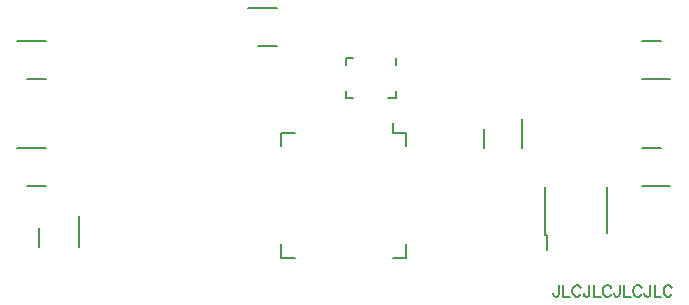
<source format=gto>
%FSLAX46Y46*%
%MOMM*%
%ADD10C,0.150000*%
G01*
G01*
%LPD*%
D10*
X18225714Y-238095D02*
X18225714Y523809D01*
D10*
X18178096Y-380952D02*
X18225714Y-238095D01*
D10*
X18130476Y-428571D02*
X18178096Y-380952D01*
D10*
X18035238Y-476190D02*
X18130476Y-428571D01*
D10*
X17940000Y-476190D02*
X18035238Y-476190D01*
D10*
X17844762Y-428571D02*
X17940000Y-476190D01*
D10*
X17797144Y-380952D02*
X17844762Y-428571D01*
D10*
X17749524Y-238095D02*
X17797144Y-380952D01*
D10*
X17749524Y-142857D02*
X17749524Y-238095D01*
D10*
X18606668Y-476190D02*
X18606668Y523809D01*
D10*
X19178096Y-476190D02*
X18606668Y-476190D01*
D10*
X20035238Y380952D02*
X20082858Y285714D01*
D10*
X19940000Y476190D02*
X20035238Y380952D01*
D10*
X19844762Y523809D02*
X19940000Y476190D01*
D10*
X19654286Y523809D02*
X19844762Y523809D01*
D10*
X19559048Y476190D02*
X19654286Y523809D01*
D10*
X19463810Y380952D02*
X19559048Y476190D01*
D10*
X19416192Y285714D02*
X19463810Y380952D01*
D10*
X19368572Y142857D02*
X19416192Y285714D01*
D10*
X19368572Y-95238D02*
X19368572Y142857D01*
D10*
X19416192Y-238095D02*
X19368572Y-95238D01*
D10*
X19463810Y-333333D02*
X19416192Y-238095D01*
D10*
X19559048Y-428571D02*
X19463810Y-333333D01*
D10*
X19654286Y-476190D02*
X19559048Y-428571D01*
D10*
X19844762Y-476190D02*
X19654286Y-476190D01*
D10*
X19940000Y-428571D02*
X19844762Y-476190D01*
D10*
X20035238Y-333333D02*
X19940000Y-428571D01*
D10*
X20082858Y-238095D02*
X20035238Y-333333D01*
D10*
X20797144Y-238095D02*
X20797144Y523809D01*
D10*
X20749524Y-380952D02*
X20797144Y-238095D01*
D10*
X20701904Y-428571D02*
X20749524Y-380952D01*
D10*
X20606668Y-476190D02*
X20701904Y-428571D01*
D10*
X20511428Y-476190D02*
X20606668Y-476190D01*
D10*
X20416190Y-428571D02*
X20511428Y-476190D01*
D10*
X20368572Y-380952D02*
X20416190Y-428571D01*
D10*
X20320952Y-238095D02*
X20368572Y-380952D01*
D10*
X20320952Y-142857D02*
X20320952Y-238095D01*
D10*
X21178096Y-476190D02*
X21178096Y523809D01*
D10*
X21749524Y-476190D02*
X21178096Y-476190D01*
D10*
X22606668Y380952D02*
X22654286Y285714D01*
D10*
X22511428Y476190D02*
X22606668Y380952D01*
D10*
X22416190Y523809D02*
X22511428Y476190D01*
D10*
X22225714Y523809D02*
X22416190Y523809D01*
D10*
X22130476Y476190D02*
X22225714Y523809D01*
D10*
X22035238Y380952D02*
X22130476Y476190D01*
D10*
X21987620Y285714D02*
X22035238Y380952D01*
D10*
X21940000Y142857D02*
X21987620Y285714D01*
D10*
X21940000Y-95238D02*
X21940000Y142857D01*
D10*
X21987620Y-238095D02*
X21940000Y-95238D01*
D10*
X22035238Y-333333D02*
X21987620Y-238095D01*
D10*
X22130476Y-428571D02*
X22035238Y-333333D01*
D10*
X22225714Y-476190D02*
X22130476Y-428571D01*
D10*
X22416190Y-476190D02*
X22225714Y-476190D01*
D10*
X22511428Y-428571D02*
X22416190Y-476190D01*
D10*
X22606668Y-333333D02*
X22511428Y-428571D01*
D10*
X22654286Y-238095D02*
X22606668Y-333333D01*
D10*
X23368572Y-238095D02*
X23368572Y523809D01*
D10*
X23320952Y-380952D02*
X23368572Y-238095D01*
D10*
X23273334Y-428571D02*
X23320952Y-380952D01*
D10*
X23178096Y-476190D02*
X23273334Y-428571D01*
D10*
X23082856Y-476190D02*
X23178096Y-476190D01*
D10*
X22987620Y-428571D02*
X23082856Y-476190D01*
D10*
X22940000Y-380952D02*
X22987620Y-428571D01*
D10*
X22892380Y-238095D02*
X22940000Y-380952D01*
D10*
X22892380Y-142857D02*
X22892380Y-238095D01*
D10*
X23749524Y-476190D02*
X23749524Y523809D01*
D10*
X24320952Y-476190D02*
X23749524Y-476190D01*
D10*
X25178096Y380952D02*
X25225714Y285714D01*
D10*
X25082858Y476190D02*
X25178096Y380952D01*
D10*
X24987620Y523809D02*
X25082858Y476190D01*
D10*
X24797144Y523809D02*
X24987620Y523809D01*
D10*
X24701904Y476190D02*
X24797144Y523809D01*
D10*
X24606666Y380952D02*
X24701904Y476190D01*
D10*
X24559048Y285714D02*
X24606666Y380952D01*
D10*
X24511428Y142857D02*
X24559048Y285714D01*
D10*
X24511428Y-95238D02*
X24511428Y142857D01*
D10*
X24559048Y-238095D02*
X24511428Y-95238D01*
D10*
X24606666Y-333333D02*
X24559048Y-238095D01*
D10*
X24701904Y-428571D02*
X24606666Y-333333D01*
D10*
X24797144Y-476190D02*
X24701904Y-428571D01*
D10*
X24987620Y-476190D02*
X24797144Y-476190D01*
D10*
X25082858Y-428571D02*
X24987620Y-476190D01*
D10*
X25178096Y-333333D02*
X25082858Y-428571D01*
D10*
X25225714Y-238095D02*
X25178096Y-333333D01*
D10*
X25940000Y-238095D02*
X25940000Y523809D01*
D10*
X25892380Y-380952D02*
X25940000Y-238095D01*
D10*
X25844762Y-428571D02*
X25892380Y-380952D01*
D10*
X25749524Y-476190D02*
X25844762Y-428571D01*
D10*
X25654286Y-476190D02*
X25749524Y-476190D01*
D10*
X25559048Y-428571D02*
X25654286Y-476190D01*
D10*
X25511428Y-380952D02*
X25559048Y-428571D01*
D10*
X25463810Y-238095D02*
X25511428Y-380952D01*
D10*
X25463810Y-142857D02*
X25463810Y-238095D01*
D10*
X26320952Y-476190D02*
X26320952Y523809D01*
D10*
X26892380Y-476190D02*
X26320952Y-476190D01*
D10*
X27749524Y380952D02*
X27797142Y285714D01*
D10*
X27654286Y476190D02*
X27749524Y380952D01*
D10*
X27559048Y523809D02*
X27654286Y476190D01*
D10*
X27368572Y523809D02*
X27559048Y523809D01*
D10*
X27273334Y476190D02*
X27368572Y523809D01*
D10*
X27178096Y380952D02*
X27273334Y476190D01*
D10*
X27130476Y285714D02*
X27178096Y380952D01*
D10*
X27082858Y142857D02*
X27130476Y285714D01*
D10*
X27082858Y-95238D02*
X27082858Y142857D01*
D10*
X27130476Y-238095D02*
X27082858Y-95238D01*
D10*
X27178096Y-333333D02*
X27130476Y-238095D01*
D10*
X27273334Y-428571D02*
X27178096Y-333333D01*
D10*
X27368572Y-476190D02*
X27273334Y-428571D01*
D10*
X27559048Y-476190D02*
X27368572Y-476190D01*
D10*
X27654286Y-428571D02*
X27559048Y-476190D01*
D10*
X27749524Y-333333D02*
X27654286Y-428571D01*
D10*
X27797142Y-238095D02*
X27749524Y-333333D01*
D10*
X17185000Y4758000D02*
X17185000Y3458000D01*
D10*
X22285000Y4908001D02*
X22285000Y8807999D01*
D10*
X17085000Y4758000D02*
X17185000Y4758000D01*
D10*
X17085000Y4758000D02*
X17085000Y8808000D01*
D10*
X786000Y16334000D02*
X186000Y16334000D01*
D10*
X186000Y16334000D02*
X186000Y16934000D01*
D10*
X186000Y19134000D02*
X186000Y19734000D01*
D10*
X4386000Y19734000D02*
X4386000Y19134000D01*
D10*
X186000Y19734000D02*
X786000Y19734000D01*
D10*
X4386000Y16334000D02*
X3786000Y16334000D01*
D10*
X4386000Y16934000D02*
X4386000Y16334000D01*
D10*
X-27635000Y12141000D02*
X-25235000Y12141000D01*
D10*
X-26835000Y8941000D02*
X-25235000Y8941000D01*
D10*
X27635000Y17958000D02*
X25235000Y17958000D01*
D10*
X26835000Y21158000D02*
X25235000Y21158000D01*
D10*
X4150001Y13403000D02*
X4150001Y14253000D01*
D10*
X5275000Y13403000D02*
X4150001Y13403000D01*
D10*
X4150001Y2853000D02*
X5275000Y2853000D01*
D10*
X-5275000Y13403000D02*
X-5275000Y12278001D01*
D10*
X5275000Y2853000D02*
X5275000Y3977999D01*
D10*
X-5275000Y2853000D02*
X-4150001Y2853000D01*
D10*
X-4150001Y13403000D02*
X-5275000Y13403000D01*
D10*
X5275000Y12278001D02*
X5275000Y13403000D01*
D10*
X-5275000Y3977999D02*
X-5275000Y2853000D01*
D10*
X-8077000Y23952000D02*
X-5677000Y23952000D01*
D10*
X-7277000Y20752000D02*
X-5677000Y20752000D01*
D10*
X-27635000Y21158000D02*
X-25235000Y21158000D01*
D10*
X-26835000Y17958000D02*
X-25235000Y17958000D01*
D10*
X27635000Y8941000D02*
X25235000Y8941000D01*
D10*
X26835000Y12141000D02*
X25235000Y12141000D01*
D10*
X-25830000Y5372000D02*
X-25830000Y3772000D01*
D10*
X-22430000Y6372000D02*
X-22430000Y3772000D01*
D10*
X15062000Y14554000D02*
X15062000Y12154000D01*
D10*
X11862000Y13754000D02*
X11862000Y12154000D01*
G75*
M02*

</source>
